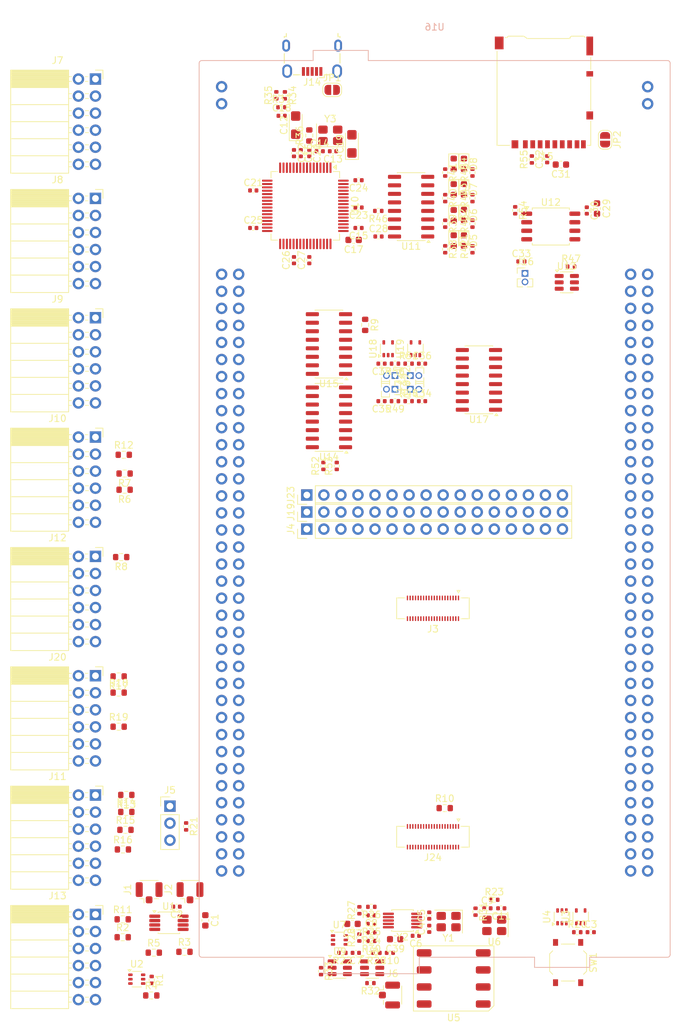
<source format=kicad_pcb>
(kicad_pcb (version 20241229) (generator "pcbnew") (generator_version "9.0")
  (layers (0 "F.Cu" signal) (4 "In1.Cu" signal) (6 "In2.Cu" signal) (2 "B.Cu" signal) (13 "F.Paste" user) (15 "B.Paste" user) (5 "F.SilkS" user "F.Silkscreen") (7 "B.SilkS" user "B.Silkscreen") (1 "F.Mask" user) (3 "B.Mask" user) (25 "Edge.Cuts" user))
  (net 0 "")
  (net 1 "GND")
  (net 2 "+1V8")
  (net 3 "+3V3")
  (net 4 "/motherboard_top/chip_support_misc/GPIO_RESET_EXT")
  (net 5 "Net-(Y2-XA)")
  (net 6 "Net-(Y2-XB)")
  (net 7 "/motherboard_top/clock_sources/EXT_CLK_DIG_SEL")
  (net 8 "/motherboard_top/clock_sources/FS_EXT_SEL")
  (net 9 "Net-(U10-OSCI)")
  (net 10 "Net-(U10-OSCO)")
  (net 11 "/motherboard_top/ftdi/ftdi_1v8")
  (net 12 "/motherboard_top/ftdi/FTDI_RESETb")
  (net 13 "/motherboard_top/GPIO_rck_mem_sel_sdB")
  (net 14 "/motherboard_top/GPIO_JTAG_FTDI_source_select")
  (net 15 "/motherboard_top/GPIO_rck_mem_source_sel_ftdiB")
  (net 16 "/motherboard_top/GPIO_ftdi_jtag_src_en")
  (net 17 "/motherboard_top/GPIO_rck_mem_source_en")
  (net 18 "Net-(D1-A)")
  (net 19 "Net-(D2-A)")
  (net 20 "Net-(D3-A)")
  (net 21 "Net-(D4-A)")
  (net 22 "Net-(D5-A)")
  (net 23 "Net-(D6-A)")
  (net 24 "Net-(D7-A)")
  (net 25 "Net-(D8-A)")
  (net 26 "/motherboard_top/ADC_chip_ana_mux_out_1")
  (net 27 "/motherboard_top/ADC_chip_ana_mux_out_2")
  (net 28 "/motherboard_top/UART_mgmt_uart_rx")
  (net 29 "/motherboard_top/chip_connection/MGMT_irq2")
  (net 30 "/motherboard_top/chip_connection/MGMT_flash2_io1")
  (net 32 "/motherboard_top/mgmt_sdo")
  (net 33 "/motherboard_top/mgmt_debug")
  (net 34 "/motherboard_top/UART_mgmt_uart_tx")
  (net 36 "/motherboard_top/mgmt_sdi")
  (net 39 "/motherboard_top/mgmt_csb")
  (net 40 "/motherboard_top/mgmt_sck")
  (net 41 "/motherboard_top/chip_connection/MGMT_flash2_csb")
  (net 43 "/motherboard_top/chip_connection/MGMT_flash2_io0")
  (net 44 "/motherboard_top/chip_connection/MGMT_flash2_sck")
  (net 45 "/motherboard_top/chip_connection/MGMT_irq")
  (net 46 "/motherboard_top/chip_nfc_vref")
  (net 47 "/motherboard_top/anamisc_vref_ext_in")
  (net 48 "/motherboard_top/chip_support_misc/VREF_DAC_OUT")
  (net 49 "/motherboard_top/clock_sources/fs_ext_aux")
  (net 50 "/motherboard_top/GPIO_chip_nfc_ext_reset_dig")
  (net 51 "/motherboard_top/chip_nfc_vrect_out")
  (net 52 "/motherboard_top/GPIO_chip_nfc_afe_tdo_ext")
  (net 53 "/motherboard_top/chip_nfc_jtag_tdi")
  (net 54 "/motherboard_top/rck_mem_cs")
  (net 55 "/motherboard_top/rck_mem_miso_i01")
  (net 56 "/motherboard_top/rck_mem_io3")
  (net 57 "/motherboard_top/rck_mem_sck")
  (net 58 "/motherboard_top/rck_mem_io2")
  (net 59 "/motherboard_top/rck_mem_mosi_io0")
  (net 61 "/motherboard_top/chip_rck_i2c_scl")
  (net 63 "/motherboard_top/chip_rck_i2c_sda")
  (net 64 "/motherboard_top/GPIO_chip_rck_reset_io")
  (net 66 "/motherboard_top/GPIO_chip_nfc_jtag_tdo")
  (net 67 "/motherboard_top/GPIO_chip_nfc_jtag_tdo2")
  (net 68 "/motherboard_top/chip_nfc_jtag_trst")
  (net 69 "/motherboard_top/chip_nfc_jtag_tms")
  (net 72 "/motherboard_top/chip_nfc_jtag_tck")
  (net 76 "/motherboard_top/chip_rck_spi_0_sck")
  (net 77 "/motherboard_top/chip_rck_spi_0_dq_0_mosi")
  (net 78 "/motherboard_top/chip_rck_spi_0_cs_0")
  (net 80 "/motherboard_top/chip_rck_spi_0_dq_1_miso")
  (net 81 "/motherboard_top/chip_rck_gpio_0_0")
  (net 84 "/motherboard_top/chip_rck_gpio_1_0")
  (net 89 "/motherboard_top/ftdi/USB_DM")
  (net 91 "VBUS")
  (net 92 "Net-(J14-Shield)")
  (net 93 "/motherboard_top/ftdi/USB_DP")
  (net 94 "/motherboard_top/memory/sd_cs")
  (net 95 "Net-(J15-SHIELD)")
  (net 98 "/motherboard_top/chip_connection/mprj_io_5")
  (net 99 "/motherboard_top/chip_connection/mprj_io_8")
  (net 100 "/motherboard_top/chip_connection/mprj_io_7")
  (net 101 "/motherboard_top/chip_connection/mprj_io_10")
  (net 102 "/motherboard_top/chip_connection/mprj_io_11")
  (net 103 "/motherboard_top/chip_connection/mprj_io_12")
  (net 104 "/motherboard_top/chip_connection/mprj_io_3")
  (net 106 "/motherboard_top/chip_connection/mprj_io_0")
  (net 108 "/motherboard_top/chip_connection/mprj_io_9")
  (net 110 "/motherboard_top/chip_connection/mprj_io_1")
  (net 111 "/motherboard_top/chip_connection/mprj_io_6")
  (net 112 "/motherboard_top/chip_connection/mprj_io_4")
  (net 113 "/motherboard_top/chip_connection/mprj_io_2")
  (net 114 "/motherboard_top/chip_rck_jtag_tdo")
  (net 116 "/motherboard_top/chip_rck_jtag_tms")
  (net 118 "/motherboard_top/chip_rck_jtag_tdi")
  (net 121 "/motherboard_top/chip_rck_jtag_tck")
  (net 125 "/motherboard_top/chip_nfc_nfc_afe_tdo")
  (net 126 "/motherboard_top/chip_nfc_ana_mux_out_2")
  (net 127 "/motherboard_top/chip_nfc_ana_mux_out")
  (net 128 "/motherboard_top/chip_spi_flash_0_cs_0")
  (net 129 "/motherboard_top/chip_connection/resetb")
  (net 130 "Net-(Y2-CLK0)")
  (net 131 "/motherboard_top/clock_sources/fs_ext_gen")
  (net 132 "/motherboard_top/clock_sources/ext_clk_dig_gen")
  (net 133 "Net-(Y2-CLK1)")
  (net 134 "Net-(Y2-CLK2)")
  (net 135 "/motherboard_top/chip_rck_clock_uncore")
  (net 136 "/motherboard_top/mgmt_clk")
  (net 137 "/motherboard_top/clock_sources/CLK_DIG_GPIO_GEN")
  (net 138 "Net-(R34-Pad2)")
  (net 139 "Net-(U10-REF)")
  (net 140 "Net-(U11-QB)")
  (net 141 "Net-(U11-QD)")
  (net 142 "Net-(U11-QF)")
  (net 143 "Net-(U11-QH)")
  (net 144 "Net-(U11-QA)")
  (net 145 "Net-(U11-QC)")
  (net 146 "Net-(U11-QE)")
  (net 147 "Net-(U11-QG)")
  (net 148 "/motherboard_top/ftdi/ftdi_pwren")
  (net 149 "Net-(R52-Pad2)")
  (net 150 "Net-(R53-Pad2)")
  (net 151 "/motherboard_top/memory/nor_cs")
  (net 152 "Net-(U4-B)")
  (net 154 "/motherboard_top/chip_nfc_reset")
  (net 155 "/motherboard_top/clock_sources/CARAVEL_CLK_EN")
  (net 156 "Net-(U7-A)")
  (net 157 "/motherboard_top/chip_nfc_fs")
  (net 158 "/motherboard_top/chip_nfc_ext_clk_dig")
  (net 160 "/motherboard_top/ftdi/ftdi_eecs")
  (net 162 "/motherboard_top/ftdi/ftdi_eedata")
  (net 164 "/motherboard_top/ftdi1_jtag_tms")
  (net 167 "/motherboard_top/ftdi/ftdi4_uart_tx")
  (net 171 "/motherboard_top/ftdi/ftdi_eeclk")
  (net 176 "/motherboard_top/ftdi/ftdi3_uart_cts")
  (net 177 "/motherboard_top/ftdi_spi_mosi")
  (net 179 "/motherboard_top/ftdi1_jtag_tdo")
  (net 180 "/motherboard_top/ftdi1_jtag_tdi")
  (net 181 "/motherboard_top/ftdi1_jtag_tck")
  (net 182 "/motherboard_top/ftdi_spi_miso")
  (net 183 "/motherboard_top/ftdi/ftdi4_uart_rx")
  (net 184 "/motherboard_top/ftdi/ftdi3_uart_rts")
  (net 190 "/motherboard_top/ftdi_spi_sck")
  (net 191 "/motherboard_top/ftdi_spi_cs")
  (net 197 "/motherboard_top/chip_spi_flash_0_dq_2")
  (net 198 "/motherboard_top/rck_mem_source_enB")
  (net 202 "/motherboard_top/chip_spi_flash_0_dq_3")
  (net 203 "/motherboard_top/chip_spi_flash_0_dq_0")
  (net 204 "/motherboard_top/chip_spi_flash_0_sck")
  (net 205 "/motherboard_top/chip_spi_flash_0_dq_1")
  (net 236 "/nucleo_5v")
  (net 334 "/motherboard_top/ftdi_jtag_src_enB")
  (net 337 "/motherboard_top/clock_sources/SDA")
  (net 338 "/motherboard_top/clock_sources/SCL")
  (net 339 "/motherboard_top/chip_connection/gpio")
  (net 340 "/motherboard_top/chip_connection/user_1v8")
  (net 341 "/motherboard_top/chip_connection/user_3v3")
  (net 342 "/motherboard_top/chip_nfc_vdd")
  (net 343 "/motherboard_top/chip_connection/mgmt_1v8")
  (net 344 "/motherboard_top/chip_connection/mgmt_3v3")
  (footprint "Resistor_SMD:R_0402_1005Metric" (layer "F.Cu") (at 148.119 72.182)
    (property "Reference" "R51")
    (property "Value" "10k")
  )
  (footprint "592-partslib:SMXS-04K-TP" (layer "F.Cu") (at 154.837 163.778 90)
    (property "Reference" "U5")
    (property "Value" "SMXS-04K")
  )
  (footprint "Package_TO_SOT_SMD:SOT-363_SC-70-6" (layer "F.Cu") (at 107.607 163.886)
    (property "Reference" "U2")
    (property "Value" "74LVC1T45GW")
  )
  (footprint "Connector_USB:USB_Micro-B_Wuerth_629105150521" (layer "F.Cu") (at 133.743 26.749 180)
    (property "Reference" "J14")
    (property "Value" "USB_B_Micro")
  )
  (footprint "Capacitor_SMD:C_0402_1005Metric" (layer "F.Cu") (at 129.199 35.253)
    (property "Reference" "C18")
    (property "Value" "10n")
  )
  (footprint "Resistor_SMD:R_0402_1005Metric" (layer "F.Cu") (at 157.639 55.144 90)
    (property "Reference" "R42")
    (property "Value" "330")
  )
  (footprint "Package_SO:MSOP-10_3x3mm_P0.5mm" (layer "F.Cu") (at 147.2155 155.15 180)
    (property "Reference" "Y2")
    (property "Value" "Si5351A")
  )
  (footprint "Connector_PinHeader_1.27mm:PinHeader_1x02_P1.27mm_Vertical" (layer "F.Cu") (at 146.089 75.992 -90)
    (property "Reference" "J18")
    (property "Value" "Conn_02x01")
  )
  (footprint "Capacitor_SMD:C_0402_1005Metric" (layer "F.Cu") (at 161.931 153.328 180)
    (property "Reference" "C11")
    (property "Value" "10n")
  )
  (footprint "Capacitor_SMD:C_0402_1005Metric" (layer "F.Cu") (at 143.632 53.237)
    (property "Reference" "C28")
    (property "Value" "100n")
  )
  (footprint "Package_SO:SOIC-16_3.9x9.9mm_P1.27mm" (layer "F.Cu") (at 136.248 69.261 180)
    (property "Reference" "U15")
    (property "Value" "74CBTLV3257")
  )
  (footprint "Capacitor_SMD:C_0402_1005Metric" (layer "F.Cu") (at 175.265 156.886)
    (property "Reference" "C3")
    (property "Value" "100n")
  )
  (footprint "Resistor_SMD:R_0603_1608Metric" (layer "F.Cu") (at 141.647 66.404 -90)
    (property "Reference" "R9")
    (property "Value" "10k")
  )
  (footprint "Connector_PinHeader_2.54mm:PinHeader_1x16_P2.54mm_Vertical" (layer "F.Cu") (at 132.951023 96.833538 90)
    (property "Reference" "J4")
    (property "Value" "Conn_01x16")
  )
  (footprint "Capacitor_SMD:C_0402_1005Metric" (layer "F.Cu") (at 164.933 56.955)
    (property "Reference" "C33")
    (property "Value" "100n")
  )
  (footprint "Resistor_SMD:R_0402_1005Metric" (layer "F.Cu") (at 153.575 47.52 -90)
    (property "Reference" "R40")
    (property "Value" "150")
  )
  (footprint "Resistor_SMD:R_0402_1005Metric" (layer "F.Cu") (at 142.565 153.11 180)
    (property "Reference" "R26")
    (property "Value" "10")
  )
  (footprint "Package_TO_SOT_SMD:SOT-23-6" (layer "F.Cu") (at 171.6975 60.069)
    (property "Reference" "U13")
    (property "Value" "SN74LVC1G3157DBVR")
  )
  (footprint "Connector_Coaxial:U.FL_Hirose_U.FL-R-SMT-1_Vertical" (layer "F.Cu") (at 115.539 151.014 90)
    (property "Reference" "J2")
    (property "Value" "U.FL")
  )
  (footprint "Package_TO_SOT_SMD:SOT-353_SC-70-5" (layer "F.Cu") (at 145.073 69.962 90)
    (property "Reference" "U18")
    (property "Value" "SN74LVC1G14DBV")
  )
  (footprint "Package_TO_SOT_SMD:SOT-363_SC-70-6" (layer "F.Cu") (at 137.803 158.048)
    (property "Reference" "U7")
    (property "Value" "74LVC1T45GW")
  )
  (footprint "Capacitor_SMD:C_0603_1608Metric" (layer "F.Cu") (at 139.924 53.745 180)
    (property "Reference" "C17")
    (property "Value" "3.3u")
  )
  (footprint "Resistor_SMD:R_0402_1005Metric" (layer "F.Cu") (at 153.575 55.14 -90)
    (property "Reference" "R38")
    (property "Value" "150")
  )
  (footprint "Diode_SMD:D_0603_1608Metric" (layer "F.Cu") (at 154.845 50.0835 -90)
    (property "Reference" "D2")
    (property "Value" "d_white")
  )
  (footprint "Connector_Card:microSD_HC_Hirose_DM3AT-SF-PEJM5" (layer "F.Cu") (at 168.294 31.778 180)
    (property "Reference" "J15")
    (property "Value" "Micro_SD_Card")
  )
  (footprint "Resistor_SMD:R_0402_1005Metric" (layer "F.Cu") (at 173.259 156.886)
    (property "Reference" "R20")
    (property "Value" "10k")
  )
  (footprint "Resistor_SMD:R_0402_1005Metric" (layer "F.Cu") (at 157.639 51.334 90)
    (property "Reference" "R43")
    (property "Value" "330")
  )
  (footprint "Capacitor_SMD:C_0402_1005Metric" (layer "F.Cu") (at 133.32 40.819 -90)
    (property "Reference" "C20")
    (property "Value" "100n")
  )
  (footprint "Resistor_SMD:R_0603_1608Metric" (layer "F.Cu") (at 106.046 136.433 180)
    (property "Reference" "R13")
    (property "Value" "10k")
  )
  (footprint "Capacitor_SMD:C_0402_1005Metric" (layer "F.Cu") (at 124.966 46.379)
    (property "Reference" "C21")
    (property "Value" "100n")
  )
  (footprint "Resistor_SMD:R_0603_1608Metric" (layer "F.Cu") (at 105.919 141.64)
    (property "Reference" "R15")
    (property "Value" "10k")
  )
  (footprint "Capacitor_SMD:C_0402_1005Metric" (layer "F.Cu") (at 151.199 156.384 90)
    (property "Reference" "C4")
    (property "Value" "16p")
  )
  (footprint "Resistor_SMD:R_0402_1005Metric" (layer "F.Cu") (at 109.827 163.996 -90)
    (property "Reference" "R1")
    (property "Value" "1M")
  )
  (footprint "Capacitor_SMD:C_0603_1608Metric" (layer "F.Cu") (at 139.756 155.65 180)
    (property "Reference" "C37")
    (property "Value" "1u")
  )
  (footprint "Capacitor_SMD:C_0402_1005Metric" (layer "F.Cu") (at 131.034 56.765 90)
    (property "Reference" "C26")
    (property "Value" "100n")
  )
  (footprint "Diode_SMD:D_0603_1608Metric" (layer "F.Cu") (at 154.845 46.2225 -90)
    (property "Reference" "D3")
    (property "Value" "d_white")
  )
  (footprint "Resistor_SMD:R_0402_1005Metric" (layer "F.Cu") (at 137.411 87.424 90)
    (property "Reference" "R53")
    (property "Value" "10k")
  )
  (footprint "Resistor_SMD:R_0402_1005Metric" (layer "F.Cu") (at 143.323 159.968 180)
    (property "Reference" "R29")
    (property "Value" "10k")
  )
  (footprint "Capacitor_SMD:C_0402_1005Metric" (layer "F.Cu") (at 134.872 40.537)
    (property "Reference" "C14")
    (property "Value" "10p")
  )
  (footprint "Capacitor_SMD:C_0603_1608Metric" (layer "F.Cu") (at 176.2 49.068 -90)
    (property "Reference" "C29")
    (property "Value" "1u")
  )
  (footprint "Resistor_SMD:R_0402_1005Metric" (layer "F.Cu") (at 148.119 77.77)
    (property "Reference" "R48")
    (property "Value" "10k")
  )
  (footprint "Connector_PinSocket_2.54mm:PinSocket_2x06_P2.54mm_Horizontal" (layer "F.Cu") (at 101.448 65.338)
    (property "Reference" "J9")
    (property "Value" "Conn_02x06_Odd_Even")
  )
  (footprint "Capacitor_Tantalum_SMD:CP_EIA-3216-18_Kemet-A" (layer "F.Cu") (at 131.288 36.6445 90)
    (property "Reference" "C12")
    (property "Value" "4.7u")
  )
  (footprint "Connector_PinHeader_2.54mm:PinHeader_1x16_P2.54mm_Vertical" (layer "F.Cu") (at 132.951023 94.293538 90)
    (property "Reference" "J19")
    (property "Value" "Conn_01x16")
  )
  (footprint "Capacitor_SMD:C_0402_1005Metric" (layer "F.Cu") (at 132.05 40.819 -90)
    (property "Reference" "C16")
    (property "Value" "100n")
  )
  (footprint "Resistor_SMD:R_0603_1608Metric" (layer "F.Cu") (at 105.538 144.561)
    (property "Reference" "R16")
    (property "Value" "10k")
  )
  (footprint "Resistor_SMD:R_0402_1005Metric" (layer "F.Cu") (at 146.091 72.182 180)
    (property "Reference" "R56")
    (property "Value" "10k")
  )
  (footprint "Capacitor_SMD:C_0402_1005Metric" (layer "F.Cu") (at 168.772 41.731 90)
    (property "Reference" "C32")
    (property "Value" "100n")
  )
  (footprint "Capacitor_SMD:C_0603_1608Metric" (layer "F.Cu") (at 117.825 155.125 -90)
    (property "Reference" "C1")
    (property "Value" "1u")
  )
  (footprint "Package_SO:SOIC-8_5.3x5.3mm_P1.27mm" (layer "F.Cu") (at 169.3105 51.748)
    (property "Reference" "U12")
    (property "Value" "W25Q32JVSS")
  )
  (footprint "Diode_SMD:D_0603_1608Metric" (layer "F.Cu") (at 156.369 53.8465 -90)
    (property "Reference" "D5")
    (property "Value" "d_red")
  )
  (footprint "Crystal:Crystal_SMD_3225-4Pin_3.2x2.5mm" (layer "F.Cu") (at 136.452 38.163)
    (property "Reference" "Y3")
    (property "Value" "X322512MSB4SI")
  )
  (footprint "Capacitor_SMD:C_0402_1005Metric" (layer "F.Cu") (at 140.658 51.967 180)
    (property "Reference" "C15")
    (property "Value" "100n")
  )
  (footprint "Connector_PinSocket_2.54mm:PinSocket_2x06_P2.54mm_Horizontal" (layer "F.Cu") (at 101.448 29.778)
    (property "Reference" "J7")
    (property "Value" "Conn_02x06_Odd_Even")
  )
  (footprint "Connector_Hirose_DF40:Hirose_DF40C(2.0)-40DS-0.4V_2x20_P0.4mm" (layer "F.Cu") (at 151.75 142.668 180)
    (property "Reference" "J24")
    (property "Value" "DF40C-40DP-0.4V(51)")
  )
  (footprint "Connector_PinSocket_2.54mm:PinSocket_2x06_P2.54mm_Horizontal" (layer "F.Cu") (at 101.448 100.898)
    (property "Reference" "J12")
    (property "Value" "Conn_02x06_Odd_Even")
  )
  (footprint "Diode_SMD:D_0603_1608Metric" (layer "F.Cu") (at 156.369 46.2265 -90)
    (property "Reference" "D7")
    (property "Value" "d_red")
  )
  (footprint "Resistor_SMD:R_0402_1005Metric" (layer "F.Cu") (at 142.4325 164.474 180)
    (property "Reference" "R32")
    (property "Value" "10k")
  )
  (footprint "Diode_SMD:D_0603_1608Metric" (layer "F.Cu") (at 154.845 53.8465 -90)
    (property "Reference" "D1")
    (property "Value" "d_white")
  )
  (footprint "Resistor_SMD:R_0402_1005Metric" (layer "F.Cu") (at 142.565 156.92 180)
    (property "Reference" "R24")
    (property "Value" "10")
  )
  (footprint "Resistor_SMD:R_0402_1005Metric" (layer "F.Cu") (at 128.409 32.203 90)
    (property "Reference" "R35")
    (property "Value" "10k")
  )
  (footprint "Resistor_SMD:R_0402_1005Metric" (layer "F.Cu") (at 172.336 57.717)
    (property "Reference" "R47")
    (property "Value" "10k")
  )
  (footprint "Package_SO:SOIC-16_3.9x9.9mm_P1.27mm" (layer "F.Cu") (at 158.6 74.595 180)
    (property "Reference" "U17")
    (property "Value" "74CBTLV3257")
  )
  (footprint "Diode_SMD:D_0603_1608Metric" (layer "F.Cu") (at 156.369 42.4165 -90)
    (property "Reference" "D8")
    (property "Value" "d_red")
  )
  (footprint "Jumper:SolderJumper-2_P1.3mm_Open_RoundedPad1.0x1.5mm" (layer "F.Cu") (at 177.408 38.823 -90)
    (property "Reference" "JP2")
    (property "Value" "solderjump")
  )
  (footprint "Resistor_SMD:R_0603_1608Metric" (layer "F.Cu") (at 105.284 101 180)
    (property "Reference" "R8")
    (property "Value" "10k")
  )
  (footprint "Connector_PinSocket_2.54mm:PinSocket_2x06_P2.54mm_Horizontal" (layer "F.Cu") (at 101.448 136.458)
    (property "Reference" "J11")
    (property "Value" "Conn_02x06_Odd_Even")
  )
  (footprint "Capacitor_SMD:C_0402_1005Metric" (layer "F.Cu") (at 159.871 153.328)
    (property "Reference" "C9")
    (property "Value" "100n")
  )
  (footprint "Resistor_SMD:R_0402_1005Metric" (layer "F.Cu") (at 129.169 33.983)
    (property "Reference" "R37")
    (property "Value" "1k")
  )
  (footprint "Capacitor_SMD:C_0402_1005Metric" (layer "F.Cu") (at 151.199 154.408 90)
    (property "Reference" "C5")
    (property "Value" "16p")
  )
  (footprint "Capacitor_SMD:C_0402_1005Metric" (layer "F.Cu") (at 150.125 72.182)
    (property "Reference" "C36")
    (property "Value" "100n")
  )
  (footprint "Capacitor_SMD:C_0402_1005Metric" (layer "F.Cu") (at 149.195 157.428 180)
    (property "Reference" "C6")
    (property "Value" "100n")
  )
  (footprint "Resistor_SMD:R_0402_1005Metric" (layer "F.Cu") (at 157.639 47.524 90)
    (property "Reference" "R44")
    (property "Value" "330")
  )
  (footprint "Diode_SMD:D_0603_1608Metric" (layer "F.Cu") (at 156.369 50.0365 -90)
    (property "Reference" "D6")
    (property "Value" "d_red")
  )
  (footprint "Resistor_SMD:R_0603_1608Metric" (layer "F.Cu") (at 104.903 121.193)
    (property "Reference" "R18")
    (property "Value" "10k")
  )
  (footprint "Connector_PinHeader_2.54mm:PinHeader_1x03_P2.54mm_Vertical" (layer "F.Cu") (at 112.549 138.106)
    (property "Reference" "J5")
    (property "Value" "2.54mm jumper")
  )
  (footprint "Capacitor_SMD:C_0402_1005Metric" (layer "F.Cu") (at 174.676 49.363 -90)
    (property "Reference" "C30")
    (property "Value" "100n")
  )
  (footprint "Crystal:Crystal_SMD_3225-4Pin_3.2x2.5mm" (layer "F.Cu") (at 154.077 155.308 180)
    (property "Reference" "Y1")
    (property "Value" "NX3225GA-25.000M-STD-CRG-2")
  )
  (footprint "Resistor_SMD:R_0603_1608Metric" (layer "F.Cu") (at 105.792 90.967 180)
    (property "Reference" "R6")
    (property "Value" "2k")
  )
  (footprint "Resistor_SMD:R_0402_1005Metric" (layer "F.Cu") (at 143.602 49.427 180)
    (property "Reference" "R46")
    (property "Value" "10k")
  )
  (footprint "Capacitor_SMD:C_0402_1005Metric" (layer "F.Cu") (at 140.658 44.855 180)
    (property "Reference" "C24")
    (property "Value" "100n")
  )
  (footprint "Resistor_SMD:R_0402_1005Metric" (layer "F.Cu") (at 160.889 152.058)
    (property "Reference" "R23")
    (property "Value" "10k")
  )
  (footprint "Capacitor_SMD:C_0402_1005Metric" (layer "F.Cu") (at 150.125 77.77)
    (property "Reference" "C34")
    (property "Value" "100n")
  )
  (footprint "Connector_PinSocket_2.54mm:PinSocket_2x06_P2.54mm_Horizontal" (layer "F.Cu") (at 101.448 83.118)
    (property "Reference" "J10")
    (property "Value" "Conn_02x06_Odd_Even")
  )
  (footprint "Resistor_SMD:R_0402_1005Metric" (layer "F.Cu") (at 153.575 43.71 -90)
    (property "Reference" "R41")
    (property "Value" "150")
  )
  (footprint "Resistor_SMD:R_0402_1005Metric" (layer "F.Cu") (at 135.421 87.424 90)
    (property "Reference" "R52")
    (property "Value" "10k")
  )
  (footprint "Capacitor_SMD:C_0402_1005Metric" (layer "F.Cu") (at 140.249 159.968 180)
    (property "Reference" "C7")
    (property "Value" "100n")
  )
  (footprint "Resistor_SMD:R_0402_1005Metric" (layer "F.Cu") (at 157.639 43.714 90)
    (property "Reference" "R45")
    (property "Value" "330")
  )
  (footprint "Connector_PinSocket_2.54mm:PinSocket_2x06_P2.54mm_Horizontal" (layer "F.Cu") (at 101.448 118.678)
    (property "Reference" "J20")
    (property "Value" "Conn_02x06_Odd_Even")
  )
  (footprint "Resistor_SMD:R_0402_1005Metric" (layer "F.Cu") (at 135.0645 162.694 -90)
    (property "Reference" "R33")
    (property "Value" "10k")
  )
  (footprint "Resistor_SMD:R_0402_1005Metric" (layer "F.Cu") (at 142.565 155.65 180)
    (property "Reference" "R25")
    (property "Value" "10")
  )
  (footprint "Package_TO_SOT_SMD:SOT-23-6" (layer "F.Cu") (at 137.8585 162.188)
    (property "Reference" "U9")
    (property "Value" "SN74LVC1G3157DBVR")
  )
  (footprint "Connector_PinSocket_2.54mm:PinSocket_2x06_P2.54mm_Horizontal" (layer "F.Cu") (at 101.448 154.238)
    (property "Reference" "J13")
    (property "Value" "Conn_02x06_Odd_Even")
  )
  (footprint "Resistor_SMD:R_0402_1005Metric" (layer "F.Cu") (at 142.565 158.19 180)
    (property "Reference" "R30")
    (property "Value" "10k")
  )
  (footprint "Resistor_SMD:R_0603_1608Metric" (layer "F.Cu") (at 105.507 154.967)
    (property "Reference" "R11")
    (property "Value" "10k")
  )
  (footprint "Capacitor_Tantalum_SMD:CP_EIA-3216-18_Kemet-A" (layer "F.Cu") (at 139.67 39.4385 90)
    (property "Reference" "C19")
    (property "Value" "4.7u")
  )
  (footprint "Package_TO_SOT_SMD:SOT-353_SC-70-5" (layer "F.Cu") (at 149.137 69.962 90)
    (property "Reference" "U19")
    (property "Value" "SN74LVC1G14DBV")
  )
  (footprint "Connector_PinSocket_2.54mm:PinSocket_2x06_P2.54mm_Horizontal" (layer "F.Cu") (at 101.448 47.558)
    (property "Reference" "J8")
    (property "Value" "Conn_02x06_Odd_Even")
  )
  (footprint "Capacitor_SMD:C_0603_1608Metric" (layer "F.Cu") (at 146.119 157.936 180)
    (property "Reference" "C39")
    (property "Value" "1u")
  )
  (footprint "Resistor_SMD:R_0402_1005Metric" (layer "F.Cu") (at 114.963 141.13 -90)
    (property "Reference" "R21")
    (property "Value" "100k")
  )
  (footprint "Resistor_SMD:R_0603_1608Metric" (layer "F.Cu") (at 153.5 138.4)
    (property "Reference" "R10")
    (property "Value" "10k")
  )
  (footprint "Resistor_SMD:R_0603_1608Metric" (layer "F.Cu") (at 105.507 157.634)
    (property "Reference" "R2")
    (property "Value" "10M")
  )
  (footprint "Capacitor_SMD:C_0402_1005Metric" (layer "F.Cu") (at 133.32 56.765 90)
    (property "Reference" "C27")
    (property "Value" "100n")
  )
  (footprint "Resistor_SMD:R_0603_1608Metric" (layer "F.Cu") (at 106.046 138.973)
    (property "Reference" "R14")
    (property "Value" "10k")
  )
  (footprint "Capacitor_SMD:C_0402_1005Metric" (layer "F.Cu") (at 144.085 72.182 180)
    (property "Reference" "C38")
    (property "Value" "100n")
  )
  (footprint "Resistor_SMD:R_0402_1005Metric" (layer "F.Cu") (at 146.087 77.77 180)
    (property "Reference" "R49")
    (property "Value" "10k")
  )
  (footprint "Resistor_SMD:R_0603_1608Metric" (layer "F.Cu") (at 110.141 159.938)
    (property "Reference" "R5")
    (property "Value" "10M")
  )
  (footprint "Capacitor_SMD:C_0603_1608Metric" (layer "F.Cu") (at 170.817 42.521 180)
    (property "Reference" "C31")
    (property "Value" "1u")
  )
  (footprint "Button_Switch_SMD:SW_Push_1P1T_XKB_TS-1187A" (layer "F.Cu") (at 171.894 161.41 -90)
    (property "Reference" "SW1")
    (property "Value" "C318884")
  )
  (footprint "Capacitor_SMD:C_0402_1005Metric" (layer "F.Cu") (at 131.034 40.819 -90)
    (property "Reference" "C22")
    (property "Value" "100n")
  )
  (footprint "Capacitor_SMD:C_0402_1005Metric" (layer "F.Cu") (at 144.085 77.77 180)
    (property "Reference" "C35")
    (property "Value" "100n")
  )
  (footprint "Diode_SMD:D_0603_1608Metric" (layer "F.Cu") (at 154.845 42.4125 -90)
    (property "Reference" "D4")
    (property "Value" "d_white")
  )
  (footprint "Connector_PinHeader_1.27mm:PinHeader_1x02_P1.27mm_Vertical" (layer "F.Cu") (at 148.375 73.96 90)
    (property "Reference" "J21")
    (property "Value" "Conn_02x01")
  )
  (footprint "Package_TO_SOT_SMD:SOT-23-6" (layer "F.Cu") (at 142.6845 162.188)
    (property "Reference" "U8")
    (property "Value" "SN74LVC1G3157DBVR")
  )
  (footprint "Package_SO:VSSOP-8_3x3mm_P0.65mm" (layer "F.Cu") (at 112.398 155.486)
    (property "Reference" "U1")
    (property "Value" "OPA2328DGKR")
  )
  (footprint "Resistor_SMD:R_0603_1608Metric" (layer "F.Cu") (at 105.792 88.554 180)
    (property "Reference" "R7")
    (property "Value" "2k")
  )
  (footprint "Resistor_SMD:R_0402_1005Metric" (layer "F.Cu") (at 140.781 157.684 90)
    (property "Reference" "R28")
    (property "Value" "10k")
  )
  (footprint "Connector_PinHeader_1.27mm:PinHeader_1x02_P1.27mm_Vertical" (layer "F.Cu") (at 165.469 58.733)
    (property "Reference" "J16")
    (property "Value" "Conn_02x01")
  )
  (footprint "Resistor_SMD:R_0603_1608Metric" (layer "F.Cu") (at 133.32 38.188 90)
    (property "Reference" "R36")
    (property "Value" "12k <1%")
  )
  (footprint "Capacitor_SMD:C_0402_1005Metric" (layer "F.Cu") (at 113.535 153.08 180)
    (property "Reference" "C2")
    (property "Value" "100n")
  )
  (footprint "Resistor_SMD:R_0402_1005Metric" (layer "F.Cu") (at 153.575 51.33 -90)
    (property "Reference" "R39")
    (property "Value" "150")
  )
  (footprint "Capacitor_SMD:C_0402_1005Metric" (layer "F.Cu") (at 145.329 159.968 180)
    (property "Reference" "C10")
    (property "Value" "100n")
  )
  (footprint "Package_SO:SOIC-16_3.9x9.9mm_P1.27mm" (layer "F.Cu") (at 148.495 48.792 180)
    (property "Reference" "U11")
    (property "Value" "74HC595")
  )
  (footprint "Resistor_SMD:R_0603_1608Metric" (layer "F.Cu") (at 105.665 85.76)
    (property "Reference" "R12")
    (property "Value" "10k")
  )
  (footprint "Connector_PinHeader_1.27mm:PinHeader_1x02_P1.27mm_Vertical" (layer "F.Cu") (at 148.375 75.992 90)
    (property "Reference" "J17")
    (property "Value" "Conn_02x01")
  )
  (footprint "Connector_PinHeader_2.54mm:PinHeader_1x16_P2.54mm_Vertical" (layer "F.Cu") (at 132.951023 91.753538 90)
    (property "Reference" "J23")
    (property "Value" "Conn_01x16")
  )
  (footprint "Resistor_SMD:R_0402_1005Metric" (layer "F.Cu") (at 164.008 49.333 -90)
    (property "Reference" "R54")
    (property "Value" "10k")
  )
  (footprint "Resistor_SMD:R_0603_1608Metric" (layer "F.Cu") (at 104.903 118.78 180)
    (property "Reference" "R17")
    (property "Value" "10k")
  )
  (footprint "Crystal:Crystal_SMD_3225-4Pin_3.2x2.5mm" (layer "F.Cu") (at 160.887 155.868 180)
    (property "Reference" "U6")
    (property "Value" "SX3M10.000B10F20TNN")
  )
  (footprint "Resistor_SMD:R_0402_1005Metric" (layer "F.Cu") (at 140.785 153.62 90)
    (property "Reference" "R27")
    (property "Value" "10k")
  )
  (footprint "Capacitor_SMD:C_0402_1005Metric" (layer "F.Cu") (at 136.848 40.537 180)
    (property "Reference" "C13")
    (property "Value" "10p")
  )
  (footprint "Package_SO:SOIC-16_3.9x9.9mm_P1.27mm" (layer "F.Cu") (at 136.248 80.183 180)
    (property "Reference" "U14")
    (property "Value" "74CBTLV3257")
  )
  (footprint "Connector_Hirose_DF40:Hirose_DF40C(2.0)-40DS-0.4V_2x20_P0.4mm" (layer "F.Cu") (at 151.75 108.632 180)
    (property "Reference" "J3")
    (property "Value" "DF40C-40DP-0.4V(51)" (hide yes))
  )
  (footprint "Capacitor_SMD:C_0402_1005Metric" (layer "F.Cu") (at 140.658 48.919 180)
    (property "Reference" "C23")
    (property "Value" "100n")
  )
  (footprint "Resistor_SMD:R_0603_1608Metric" (layer "F.Cu") (at 109.768 166.314)
    (property "Reference" "R4")
    (property "Value" "10M")
  )
  (footprint "Jumper:SolderJumper-2_P1.3mm_Open_RoundedPad1.0x1.5mm" (layer "F.Cu") (at 136.734 31.393)
    (property "Reference" "JP1")
    (property "Value" "solderjump")
  )
  (footprint "Package_QFP:LQFP-64_10x10mm_P0.5mm" (layer "F.Cu") (at 132.725 48.669 -90)
    (property "Reference" "U10")
    (property "Value" "FT4232H")
  )
  (footprint "Connector_PinHeader_1.27mm:PinHeader_1x02_P1.27mm_Vertical" (layer "F.Cu") (at 146.089 73.96 -90)
    (property "Reference" "J22")
    (property "Value" "Conn_02x01")
  )
  (footprint "Connector_Coaxial:U.FL_Hirose_U.FL-R-SMT-1_Vertical" (layer "F.Cu") (at 109.443 151.014 90)
    (property "Reference" "J1")
    (property "Value" "U.FL")
  )
  (footprint "Connector_Coaxial:U.FL_Hirose_U.FL-R-SMT-1_Vertical" (layer "F.Cu") (at 145.2585 166.252)
    (property "Reference" "J6")
    (property "Value" "U.FL")
  )
  (footprint "Resistor_SMD:R_0402_1005Metric" (layer "F.Cu") (at 129.679 32.207 -90)
    (property "Reference" "R34")
    (property "Value" "4.7k")
  )
  (footprint "Resistor_SMD:R_0402_1005Metric" (layer "F.Cu") (at 158.093 153.834 -90)
    (property "Reference" "R31")
    (property "Value" "10k")
  )
  (footprint "Resistor_SMD:R_0603_1608Metric" (layer "F.Cu") (at 114.713 159.811)
    (property "Reference" "R3")
    (property "Value" "10M")
  )
  (footprint "Package_TO_SOT_SMD:SOT-363_SC-70-6" (layer "F.Cu") (at 170.975 154.6 90)
    (property "Reference" "U4")
    (property "Value" "74LVC1T45GW")
  )
  (footprint "Resistor_SMD:R_0402_1005Metric" (layer "F.Cu") (at 138.243 159.968 180)
    (property "Reference" "R22")
    (property "Value" "10k")
  )
  (footprint "Package_TO_SOT_SMD:SOT-353_SC-70-5" (layer "F.Cu") (at 173.769 154.6 90)
    (property "Reference" "U3")
    (property "Value" "SN74LVC1G14DBV")
  )
  (footprint "Capacitor_SMD:C_0402_1005Metric" (layer "F.Cu") (at 142.535 154.38 180)
    (property "Reference" "C8")
    (property "Value" "100n")
  )
  (footprint "Resistor_SMD:R_0603_1608Metric" (layer "F.Cu") (at 104.903 126.273)
    (property "Reference" "R19")
    (property "Value" "10k")
  )
  (footprint "Capacitor_SMD:C_0402_1005Metric" (layer "F.Cu") (at 124.966 51.967)
    (property "Reference" "C25")
    (property "Value" "100n")
  )
  (footprint "Resistor_SMD:R_0402_1005Metric" (layer "F.Cu") (at 166.486 41.761 90)
    (property "Reference" "R55")
    (property "Value" "10k")
  )
  (footprint "Module:ST_Morpho_Connector_144_STLink" (layer "B.Cu") (at 183.751023 58.863538 180)
    (property "Reference" "U16")
    (property "Value" "NUCLEO144-H743ZI")
  )
)
</source>
